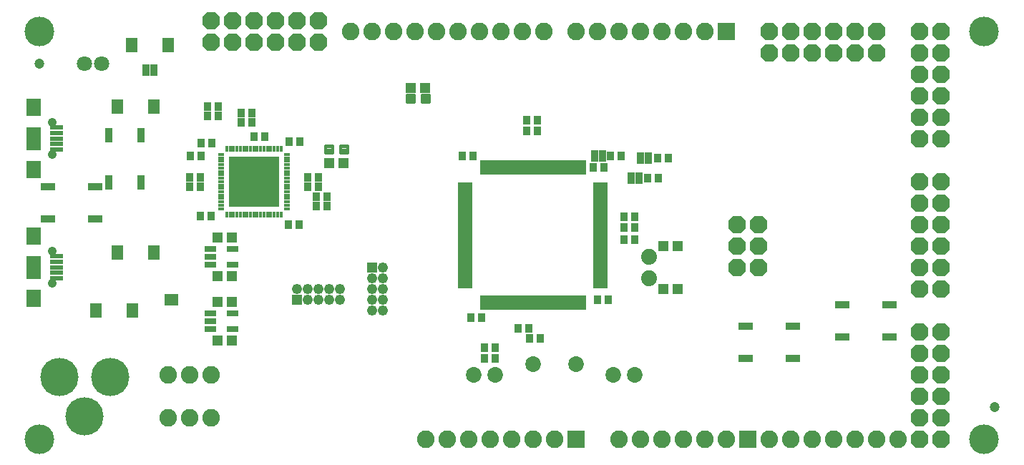
<source format=gts>
G75*
%MOIN*%
%OFA0B0*%
%FSLAX24Y24*%
%IPPOS*%
%LPD*%
%AMOC8*
5,1,8,0,0,1.08239X$1,22.5*
%
%ADD10R,0.0671X0.0186*%
%ADD11R,0.0186X0.0671*%
%ADD12R,0.0580X0.0659*%
%ADD13C,0.0710*%
%ADD14C,0.1780*%
%ADD15R,0.0330X0.0580*%
%ADD16R,0.0356X0.0434*%
%ADD17C,0.0820*%
%ADD18R,0.0820X0.0820*%
%ADD19OC8,0.0820*%
%ADD20R,0.0159X0.0316*%
%ADD21R,0.0316X0.0159*%
%ADD22R,0.2324X0.2324*%
%ADD23R,0.0490X0.0490*%
%ADD24C,0.0490*%
%ADD25C,0.0142*%
%ADD26R,0.0680X0.0380*%
%ADD27R,0.0513X0.0474*%
%ADD28R,0.0631X0.0237*%
%ADD29C,0.0415*%
%ADD30R,0.0669X0.0787*%
%ADD31R,0.0669X0.1063*%
%ADD32R,0.0552X0.0297*%
%ADD33C,0.0730*%
%ADD34C,0.0740*%
%ADD35C,0.1380*%
%ADD36R,0.0380X0.0680*%
%ADD37C,0.0474*%
D10*
X027110Y019638D03*
X027110Y019835D03*
X027110Y020031D03*
X027110Y020228D03*
X027110Y020425D03*
X027110Y020622D03*
X027110Y020819D03*
X027110Y021016D03*
X027110Y021213D03*
X027110Y021409D03*
X027110Y021606D03*
X027110Y021803D03*
X027110Y022000D03*
X027110Y022197D03*
X027110Y022394D03*
X027110Y022591D03*
X027110Y022787D03*
X027110Y022984D03*
X027110Y023181D03*
X027110Y023378D03*
X027110Y023575D03*
X027110Y023772D03*
X027110Y023969D03*
X027110Y024165D03*
X027110Y024362D03*
X033409Y024362D03*
X033409Y024165D03*
X033409Y023969D03*
X033409Y023772D03*
X033409Y023575D03*
X033409Y023378D03*
X033409Y023181D03*
X033409Y022984D03*
X033409Y022787D03*
X033409Y022591D03*
X033409Y022394D03*
X033409Y022197D03*
X033409Y022000D03*
X033409Y021803D03*
X033409Y021606D03*
X033409Y021409D03*
X033409Y021213D03*
X033409Y021016D03*
X033409Y020819D03*
X033409Y020622D03*
X033409Y020425D03*
X033409Y020228D03*
X033409Y020031D03*
X033409Y019835D03*
X033409Y019638D03*
D11*
X032622Y018850D03*
X032425Y018850D03*
X032228Y018850D03*
X032031Y018850D03*
X031834Y018850D03*
X031637Y018850D03*
X031441Y018850D03*
X031244Y018850D03*
X031047Y018850D03*
X030850Y018850D03*
X030653Y018850D03*
X030456Y018850D03*
X030260Y018850D03*
X030063Y018850D03*
X029866Y018850D03*
X029669Y018850D03*
X029472Y018850D03*
X029275Y018850D03*
X029078Y018850D03*
X028882Y018850D03*
X028685Y018850D03*
X028488Y018850D03*
X028291Y018850D03*
X028094Y018850D03*
X027897Y018850D03*
X027897Y025150D03*
X028094Y025150D03*
X028291Y025150D03*
X028488Y025150D03*
X028685Y025150D03*
X028882Y025150D03*
X029078Y025150D03*
X029275Y025150D03*
X029472Y025150D03*
X029669Y025150D03*
X029866Y025150D03*
X030063Y025150D03*
X030260Y025150D03*
X030456Y025150D03*
X030653Y025150D03*
X030850Y025150D03*
X031047Y025150D03*
X031244Y025150D03*
X031441Y025150D03*
X031637Y025150D03*
X031834Y025150D03*
X032031Y025150D03*
X032228Y025150D03*
X032425Y025150D03*
X032622Y025150D03*
D12*
X013256Y030850D03*
X011563Y030850D03*
X010913Y028000D03*
X012606Y028000D03*
X012606Y021200D03*
X010913Y021200D03*
X011606Y018500D03*
X009913Y018500D03*
D13*
X010153Y030000D03*
X009366Y030000D03*
D14*
X008191Y015400D03*
X010553Y015400D03*
X009372Y013550D03*
D15*
X013252Y019000D03*
X013572Y019000D03*
X012587Y029700D03*
X012232Y029700D03*
X033132Y025700D03*
X033487Y025700D03*
X034832Y024650D03*
X035187Y024650D03*
X035282Y025600D03*
X035637Y025600D03*
D16*
X036054Y025600D03*
X036565Y025600D03*
X036115Y024650D03*
X035604Y024650D03*
X034365Y025700D03*
X033854Y025700D03*
X033565Y025150D03*
X033054Y025150D03*
X030465Y026850D03*
X030465Y027350D03*
X029954Y027350D03*
X029954Y026850D03*
X027465Y025700D03*
X026954Y025700D03*
X020665Y023800D03*
X020665Y023350D03*
X020154Y023350D03*
X020154Y023800D03*
X020265Y024250D03*
X019754Y024250D03*
X019754Y024700D03*
X020265Y024700D03*
X019415Y026350D03*
X018904Y026350D03*
X017765Y026600D03*
X017254Y026600D03*
X017165Y027250D03*
X017165Y027700D03*
X016654Y027700D03*
X016654Y027250D03*
X015615Y027550D03*
X015615Y028000D03*
X015104Y028000D03*
X015104Y027550D03*
X015315Y026300D03*
X014804Y026300D03*
X014815Y025700D03*
X014304Y025700D03*
X014254Y024700D03*
X014765Y024700D03*
X014765Y024250D03*
X014254Y024250D03*
X014754Y022900D03*
X015265Y022900D03*
X018854Y022500D03*
X019365Y022500D03*
X027354Y018150D03*
X027865Y018150D03*
X029554Y017650D03*
X030065Y017650D03*
X030104Y017200D03*
X030615Y017200D03*
X028515Y016750D03*
X028515Y016250D03*
X028004Y016250D03*
X028004Y016750D03*
X033254Y019000D03*
X033765Y019000D03*
X034504Y021800D03*
X035015Y021800D03*
X035015Y022350D03*
X035015Y022850D03*
X034504Y022850D03*
X034504Y022350D03*
D17*
X034260Y031500D03*
X033260Y031500D03*
X032260Y031500D03*
X030760Y031500D03*
X029760Y031500D03*
X028760Y031500D03*
X027760Y031500D03*
X026760Y031500D03*
X025760Y031500D03*
X024760Y031500D03*
X023760Y031500D03*
X022760Y031500D03*
X021760Y031500D03*
X035260Y031500D03*
X036260Y031500D03*
X037260Y031500D03*
X038260Y031500D03*
X015260Y015500D03*
X014260Y015500D03*
X013260Y015500D03*
X013260Y013500D03*
X014260Y013500D03*
X015260Y013500D03*
X025260Y012500D03*
X026260Y012500D03*
X027260Y012500D03*
X028260Y012500D03*
X029260Y012500D03*
X030260Y012500D03*
X031260Y012500D03*
X034260Y012500D03*
X035260Y012500D03*
X036260Y012500D03*
X037260Y012500D03*
X038260Y012500D03*
X039260Y012500D03*
X041260Y012500D03*
X042260Y012500D03*
X043260Y012500D03*
X044260Y012500D03*
X045260Y012500D03*
X046260Y012500D03*
X047260Y012500D03*
D18*
X040260Y012500D03*
X032260Y012500D03*
X039260Y031500D03*
D19*
X041260Y031500D03*
X042260Y031500D03*
X043260Y031500D03*
X044260Y031500D03*
X045260Y031500D03*
X046260Y031500D03*
X046260Y030500D03*
X045260Y030500D03*
X044260Y030500D03*
X043260Y030500D03*
X042260Y030500D03*
X041260Y030500D03*
X048260Y030500D03*
X049260Y030500D03*
X049260Y029500D03*
X048260Y029500D03*
X048260Y028500D03*
X049260Y028500D03*
X049260Y027500D03*
X049260Y026500D03*
X048260Y026500D03*
X048260Y027500D03*
X048260Y024500D03*
X049260Y024500D03*
X049260Y023500D03*
X048260Y023500D03*
X048260Y022500D03*
X049260Y022500D03*
X049260Y021500D03*
X048260Y021500D03*
X048260Y020500D03*
X049260Y020500D03*
X049260Y019500D03*
X048260Y019500D03*
X048260Y017500D03*
X049260Y017500D03*
X049260Y016500D03*
X048260Y016500D03*
X048260Y015500D03*
X049260Y015500D03*
X049260Y014500D03*
X048260Y014500D03*
X048260Y013500D03*
X049260Y013500D03*
X049260Y012500D03*
X048260Y012500D03*
X040760Y020500D03*
X039760Y020500D03*
X039760Y021500D03*
X040760Y021500D03*
X040760Y022500D03*
X039760Y022500D03*
X048260Y031500D03*
X049260Y031500D03*
X020260Y031000D03*
X019260Y031000D03*
X018260Y031000D03*
X017260Y031000D03*
X016260Y031000D03*
X015260Y031000D03*
X015260Y032000D03*
X016260Y032000D03*
X017260Y032000D03*
X018260Y032000D03*
X019260Y032000D03*
X020260Y032000D03*
D20*
X018519Y026035D03*
X018362Y026035D03*
X018204Y026035D03*
X018047Y026035D03*
X017889Y026035D03*
X017732Y026035D03*
X017574Y026035D03*
X017417Y026035D03*
X017260Y026035D03*
X017102Y026035D03*
X016945Y026035D03*
X016787Y026035D03*
X016630Y026035D03*
X016472Y026035D03*
X016315Y026035D03*
X016157Y026035D03*
X016000Y026035D03*
X016000Y022965D03*
X016157Y022965D03*
X016315Y022965D03*
X016472Y022965D03*
X016630Y022965D03*
X016787Y022965D03*
X016945Y022965D03*
X017102Y022965D03*
X017260Y022965D03*
X017417Y022965D03*
X017574Y022965D03*
X017732Y022965D03*
X017889Y022965D03*
X018047Y022965D03*
X018204Y022965D03*
X018362Y022965D03*
X018519Y022965D03*
D21*
X018795Y023240D03*
X018795Y023398D03*
X018795Y023555D03*
X018795Y023713D03*
X018795Y023870D03*
X018795Y024028D03*
X018795Y024185D03*
X018795Y024343D03*
X018795Y024500D03*
X018795Y024657D03*
X018795Y024815D03*
X018795Y024972D03*
X018795Y025130D03*
X018795Y025287D03*
X018795Y025445D03*
X018795Y025602D03*
X018795Y025760D03*
X015724Y025760D03*
X015724Y025602D03*
X015724Y025445D03*
X015724Y025287D03*
X015724Y025130D03*
X015724Y024972D03*
X015724Y024815D03*
X015724Y024657D03*
X015724Y024500D03*
X015724Y024343D03*
X015724Y024185D03*
X015724Y024028D03*
X015724Y023870D03*
X015724Y023713D03*
X015724Y023555D03*
X015724Y023398D03*
X015724Y023240D03*
D22*
X017260Y024500D03*
D23*
X022760Y020500D03*
X019260Y019000D03*
D24*
X019760Y019000D03*
X020260Y019000D03*
X020760Y019000D03*
X021260Y019000D03*
X021260Y019500D03*
X020760Y019500D03*
X020260Y019500D03*
X019760Y019500D03*
X019260Y019500D03*
X022760Y019500D03*
X023260Y019500D03*
X023260Y019000D03*
X022760Y019000D03*
X022760Y018500D03*
X023260Y018500D03*
X023260Y020000D03*
X022760Y020000D03*
X023260Y020500D03*
D25*
X021621Y025834D02*
X021621Y026166D01*
X021621Y025834D02*
X021289Y025834D01*
X021289Y026166D01*
X021621Y026166D01*
X021621Y025975D02*
X021289Y025975D01*
X021289Y026116D02*
X021621Y026116D01*
X020930Y026166D02*
X020930Y025834D01*
X020598Y025834D01*
X020598Y026166D01*
X020930Y026166D01*
X020930Y025975D02*
X020598Y025975D01*
X020598Y026116D02*
X020930Y026116D01*
X024398Y028184D02*
X024398Y028516D01*
X024730Y028516D01*
X024730Y028184D01*
X024398Y028184D01*
X024398Y028325D02*
X024730Y028325D01*
X024730Y028466D02*
X024398Y028466D01*
X025089Y028516D02*
X025089Y028184D01*
X025089Y028516D02*
X025421Y028516D01*
X025421Y028184D01*
X025089Y028184D01*
X025089Y028325D02*
X025421Y028325D01*
X025421Y028466D02*
X025089Y028466D01*
D26*
X009860Y024250D03*
X007660Y024250D03*
X007660Y022750D03*
X009860Y022750D03*
X040160Y017750D03*
X042360Y017750D03*
X042360Y016250D03*
X040160Y016250D03*
X044660Y017250D03*
X044660Y018750D03*
X046860Y018750D03*
X046860Y017250D03*
D27*
X036994Y019500D03*
X036325Y019500D03*
X036325Y021500D03*
X036994Y021500D03*
X025244Y028850D03*
X024575Y028850D03*
X021444Y025350D03*
X020775Y025350D03*
X016244Y021900D03*
X015575Y021900D03*
X015575Y020100D03*
X016244Y020100D03*
X016244Y018900D03*
X015575Y018900D03*
X015575Y017100D03*
X016244Y017100D03*
D28*
X008073Y019988D03*
X008073Y020244D03*
X008073Y020500D03*
X008073Y020756D03*
X008073Y021012D03*
X008073Y025988D03*
X008073Y026244D03*
X008073Y026500D03*
X008073Y026756D03*
X008073Y027012D03*
D29*
X007876Y027248D03*
X007876Y025752D03*
X007876Y021248D03*
X007876Y019752D03*
D30*
X007010Y019050D03*
X007010Y021950D03*
X007010Y025050D03*
X007010Y027950D03*
D31*
X007010Y026500D03*
X007010Y020500D03*
D32*
X015248Y020626D03*
X015248Y021000D03*
X015248Y021374D03*
X016271Y021374D03*
X016271Y020626D03*
X016271Y018374D03*
X015248Y018374D03*
X015248Y018000D03*
X015248Y017626D03*
X016271Y017626D03*
D33*
X027510Y015500D03*
X028510Y015500D03*
X030260Y016000D03*
X032260Y016000D03*
X034010Y015500D03*
X035010Y015500D03*
D34*
X035660Y020000D03*
X035660Y021000D03*
D35*
X007260Y012500D03*
X007260Y031500D03*
X051260Y031500D03*
X051260Y012500D03*
D36*
X012010Y024450D03*
X010510Y024450D03*
X010510Y026650D03*
X012010Y026650D03*
D37*
X007260Y030000D03*
X051760Y014000D03*
M02*

</source>
